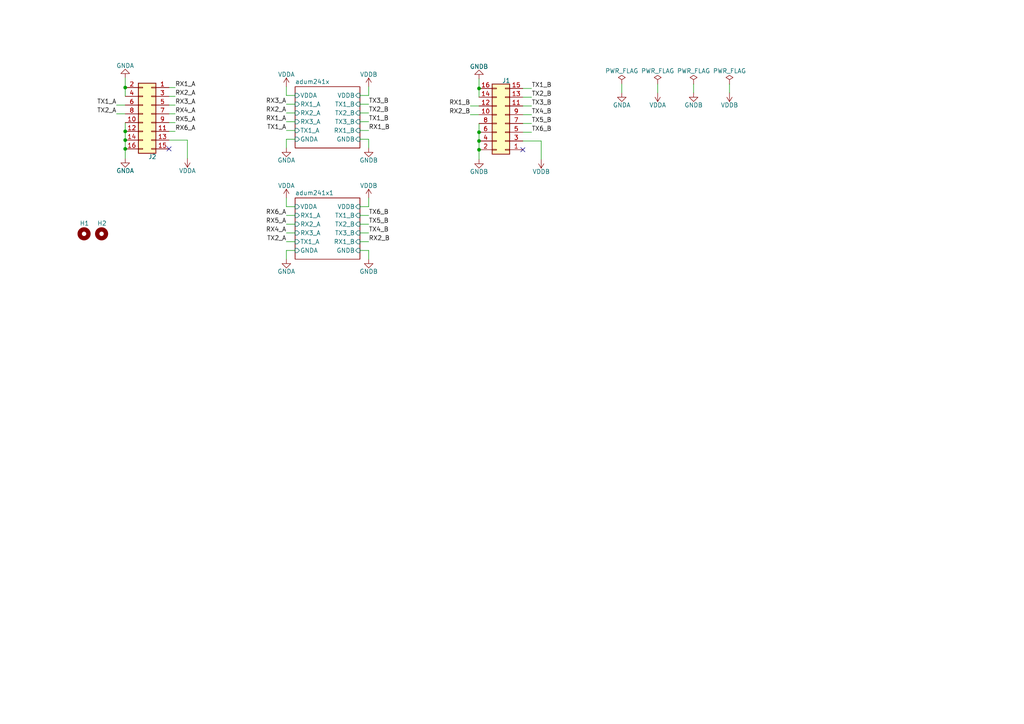
<source format=kicad_sch>
(kicad_sch (version 20211123) (generator eeschema)
  (paper "A4")
  (lib_symbols
    (symbol "CL_power:GNDB" (power) (pin_names (offset 0))
      (property "Value" "GNDB" (at 0 -3.81 0))
      (symbol "GNDB_0_1"
        (polyline (pts (xy 0 0) (xy 0 -1.27) (xy 1.27 -1.27) (xy 0 -2.54) (xy -1.27 -1.27) (xy 0 -1.27)))
      )
      (symbol "GNDB_1_1"
        (pin power_in line (at 0 0 270) (length 0) hide (name "GNDB") (number "1"))
      )
    )
    (symbol "CL_power:VDDB" (power) (pin_names (offset 0))
      (property "Value" "VDDB" (at 0 3.556 0))
      (symbol "VDDB_0_1"
        (polyline (pts (xy -0.762 1.27) (xy 0 2.54)))
        (polyline (pts (xy 0 0) (xy 0 2.54)))
        (polyline (pts (xy 0 2.54) (xy 0.762 1.27)))
      )
      (symbol "VDDB_1_1"
        (pin power_in line (at 0 0 90) (length 0) hide (name "VDDB") (number "1"))
      )
    )
    (symbol "Connector_Generic:Conn_02x08_Odd_Even" (pin_names (offset 1.016) hide)
      (property "Reference" "J" (at 1.27 10.16 0))
      (property "Value" "Conn_02x08_Odd_Even" (at 1.27 -12.7 0))
      (symbol "Conn_02x08_Odd_Even_1_1"
        (rectangle (start -1.27 -10.033) (end 0 -10.287) (stroke (width 0.1524)))
        (rectangle (start -1.27 -7.493) (end 0 -7.747) (stroke (width 0.1524)))
        (rectangle (start -1.27 -4.953) (end 0 -5.207) (stroke (width 0.1524)))
        (rectangle (start -1.27 -2.413) (end 0 -2.667) (stroke (width 0.1524)))
        (rectangle (start -1.27 0.127) (end 0 -0.127) (stroke (width 0.1524)))
        (rectangle (start -1.27 2.667) (end 0 2.413) (stroke (width 0.1524)))
        (rectangle (start -1.27 5.207) (end 0 4.953) (stroke (width 0.1524)))
        (rectangle (start -1.27 7.747) (end 0 7.493) (stroke (width 0.1524)))
        (rectangle (start -1.27 8.89) (end 3.81 -11.43) (stroke (width 0.254)) (fill (type background)))
        (rectangle (start 3.81 -10.033) (end 2.54 -10.287) (stroke (width 0.1524)))
        (rectangle (start 3.81 -7.493) (end 2.54 -7.747) (stroke (width 0.1524)))
        (rectangle (start 3.81 -4.953) (end 2.54 -5.207) (stroke (width 0.1524)))
        (rectangle (start 3.81 -2.413) (end 2.54 -2.667) (stroke (width 0.1524)))
        (rectangle (start 3.81 0.127) (end 2.54 -0.127) (stroke (width 0.1524)))
        (rectangle (start 3.81 2.667) (end 2.54 2.413) (stroke (width 0.1524)))
        (rectangle (start 3.81 5.207) (end 2.54 4.953) (stroke (width 0.1524)))
        (rectangle (start 3.81 7.747) (end 2.54 7.493) (stroke (width 0.1524)))
        (pin passive line (at -5.08 7.62 0) (length 3.81) (name "Pin_1") (number "1"))
        (pin passive line (at 7.62 -2.54 180) (length 3.81) (name "Pin_10") (number "10"))
        (pin passive line (at -5.08 -5.08 0) (length 3.81) (name "Pin_11") (number "11"))
        (pin passive line (at 7.62 -5.08 180) (length 3.81) (name "Pin_12") (number "12"))
        (pin passive line (at -5.08 -7.62 0) (length 3.81) (name "Pin_13") (number "13"))
        (pin passive line (at 7.62 -7.62 180) (length 3.81) (name "Pin_14") (number "14"))
        (pin passive line (at -5.08 -10.16 0) (length 3.81) (name "Pin_15") (number "15"))
        (pin passive line (at 7.62 -10.16 180) (length 3.81) (name "Pin_16") (number "16"))
        (pin passive line (at 7.62 7.62 180) (length 3.81) (name "Pin_2") (number "2"))
        (pin passive line (at -5.08 5.08 0) (length 3.81) (name "Pin_3") (number "3"))
        (pin passive line (at 7.62 5.08 180) (length 3.81) (name "Pin_4") (number "4"))
        (pin passive line (at -5.08 2.54 0) (length 3.81) (name "Pin_5") (number "5"))
        (pin passive line (at 7.62 2.54 180) (length 3.81) (name "Pin_6") (number "6"))
        (pin passive line (at -5.08 0 0) (length 3.81) (name "Pin_7") (number "7"))
        (pin passive line (at 7.62 0 180) (length 3.81) (name "Pin_8") (number "8"))
        (pin passive line (at -5.08 -2.54 0) (length 3.81) (name "Pin_9") (number "9"))
      )
    )
    (symbol "Mechanical:MountingHole" (pin_names (offset 1.016))
      (property "Reference" "H" (at 0 5.08 0))
      (property "Value" "MountingHole" (at 0 3.175 0))
      (symbol "MountingHole_0_1"
        (circle (center 0 0) (radius 1.27) (stroke (width 1.27)))
      )
    )
    (symbol "power:GNDA" (power) (pin_names (offset 0))
      (property "Value" "GNDA" (at 0 -3.81 0))
      (symbol "GNDA_0_1"
        (polyline (pts (xy 0 0) (xy 0 -1.27) (xy 1.27 -1.27) (xy 0 -2.54) (xy -1.27 -1.27) (xy 0 -1.27)))
      )
      (symbol "GNDA_1_1"
        (pin power_in line (at 0 0 270) (length 0) hide (name "GNDA") (number "1"))
      )
    )
    (symbol "power:PWR_FLAG" (power) (pin_numbers hide) (pin_names (offset 0) hide)
      (property "Value" "PWR_FLAG" (at 0 3.81 0))
      (symbol "PWR_FLAG_0_0"
        (pin power_out line (at 0 0 90) (length 0) (name "pwr") (number "1"))
      )
      (symbol "PWR_FLAG_0_1"
        (polyline (pts (xy 0 0) (xy 0 1.27) (xy -1.016 1.905) (xy 0 2.54) (xy 1.016 1.905) (xy 0 1.27)))
      )
    )
    (symbol "power:VDDA" (power) (pin_names (offset 0))
      (property "Value" "VDDA" (at 0 3.81 0))
      (symbol "VDDA_0_1"
        (polyline (pts (xy -0.762 1.27) (xy 0 2.54)))
        (polyline (pts (xy 0 0) (xy 0 2.54)))
        (polyline (pts (xy 0 2.54) (xy 0.762 1.27)))
      )
      (symbol "VDDA_1_1"
        (pin power_in line (at 0 0 90) (length 0) hide (name "VDDA") (number "1"))
      )
    )
  )
  (junction (at 138.938 38.354))
  (junction (at 36.322 38.1))
  (junction (at 36.322 25.4))
  (junction (at 36.322 43.18))
  (junction (at 36.322 40.64))
  (junction (at 138.938 25.654))
  (junction (at 138.938 40.894))
  (junction (at 138.938 43.434))
  (no_connect (at 49.022 43.18))
  (no_connect (at 151.638 43.434))
  (wire (pts (xy 106.934 27.686) (xy 104.394 27.686)))
  (wire (pts (xy 106.934 57.404) (xy 106.934 59.944)))
  (wire (pts (xy 104.394 62.484) (xy 106.934 62.484)))
  (wire (pts (xy 33.782 30.48) (xy 36.322 30.48)))
  (wire (pts (xy 83.058 70.104) (xy 85.598 70.104)))
  (wire (pts (xy 49.022 38.1) (xy 50.8 38.1)))
  (wire (pts (xy 106.934 75.184) (xy 106.934 72.644)))
  (wire (pts (xy 36.322 35.56) (xy 36.322 38.1)))
  (wire (pts (xy 104.394 37.846) (xy 106.934 37.846)))
  (wire (pts (xy 83.058 40.386) (xy 85.598 40.386)))
  (wire (pts (xy 201.168 24.384) (xy 201.168 26.924)))
  (wire (pts (xy 83.058 32.766) (xy 85.598 32.766)))
  (wire (pts (xy 33.782 33.02) (xy 36.322 33.02)))
  (wire (pts (xy 136.398 30.734) (xy 138.938 30.734)))
  (wire (pts (xy 138.938 40.894) (xy 138.938 43.434)))
  (wire (pts (xy 36.322 25.4) (xy 36.322 27.94)))
  (wire (pts (xy 36.322 38.1) (xy 36.322 40.64)))
  (wire (pts (xy 49.022 33.02) (xy 50.8 33.02)))
  (wire (pts (xy 106.934 42.926) (xy 106.934 40.386)))
  (wire (pts (xy 154.178 38.354) (xy 151.638 38.354)))
  (wire (pts (xy 154.178 28.194) (xy 151.638 28.194)))
  (wire (pts (xy 83.058 72.644) (xy 85.598 72.644)))
  (wire (pts (xy 138.938 38.354) (xy 138.938 40.894)))
  (wire (pts (xy 138.938 35.814) (xy 138.938 38.354)))
  (wire (pts (xy 83.058 57.404) (xy 83.058 59.944)))
  (wire (pts (xy 106.934 40.386) (xy 104.394 40.386)))
  (wire (pts (xy 36.322 43.18) (xy 36.322 45.974)))
  (wire (pts (xy 83.058 27.686) (xy 85.598 27.686)))
  (wire (pts (xy 154.178 35.814) (xy 151.638 35.814)))
  (wire (pts (xy 106.934 72.644) (xy 104.394 72.644)))
  (wire (pts (xy 83.058 35.306) (xy 85.598 35.306)))
  (wire (pts (xy 104.394 67.564) (xy 106.934 67.564)))
  (wire (pts (xy 104.394 70.104) (xy 106.934 70.104)))
  (wire (pts (xy 83.058 25.146) (xy 83.058 27.686)))
  (wire (pts (xy 83.058 37.846) (xy 85.598 37.846)))
  (wire (pts (xy 138.938 25.654) (xy 138.938 28.194)))
  (wire (pts (xy 49.022 25.4) (xy 50.8 25.4)))
  (wire (pts (xy 83.058 30.226) (xy 85.598 30.226)))
  (wire (pts (xy 180.34 24.384) (xy 180.34 26.924)))
  (wire (pts (xy 49.022 27.94) (xy 50.8 27.94)))
  (wire (pts (xy 154.178 33.274) (xy 151.638 33.274)))
  (wire (pts (xy 83.058 65.024) (xy 85.598 65.024)))
  (wire (pts (xy 83.058 59.944) (xy 85.598 59.944)))
  (wire (pts (xy 190.754 24.384) (xy 190.754 26.924)))
  (wire (pts (xy 83.058 67.564) (xy 85.598 67.564)))
  (wire (pts (xy 136.398 33.274) (xy 138.938 33.274)))
  (wire (pts (xy 49.022 35.56) (xy 50.8 35.56)))
  (wire (pts (xy 138.938 22.86) (xy 138.938 25.654)))
  (wire (pts (xy 104.394 35.306) (xy 106.934 35.306)))
  (wire (pts (xy 104.394 30.226) (xy 106.934 30.226)))
  (wire (pts (xy 49.022 40.64) (xy 54.356 40.64)))
  (wire (pts (xy 156.972 40.894) (xy 156.972 46.228)))
  (wire (pts (xy 211.582 24.384) (xy 211.582 26.924)))
  (wire (pts (xy 36.322 40.64) (xy 36.322 43.18)))
  (wire (pts (xy 83.058 62.484) (xy 85.598 62.484)))
  (wire (pts (xy 104.394 65.024) (xy 106.934 65.024)))
  (wire (pts (xy 104.394 32.766) (xy 106.934 32.766)))
  (wire (pts (xy 154.178 25.654) (xy 151.638 25.654)))
  (wire (pts (xy 154.178 30.734) (xy 151.638 30.734)))
  (wire (pts (xy 138.938 43.434) (xy 138.938 46.228)))
  (wire (pts (xy 83.058 42.926) (xy 83.058 40.386)))
  (wire (pts (xy 106.934 25.146) (xy 106.934 27.686)))
  (wire (pts (xy 54.356 40.64) (xy 54.356 45.974)))
  (wire (pts (xy 49.022 30.48) (xy 50.8 30.48)))
  (wire (pts (xy 106.934 59.944) (xy 104.394 59.944)))
  (wire (pts (xy 151.638 40.894) (xy 156.972 40.894)))
  (wire (pts (xy 36.322 22.606) (xy 36.322 25.4)))
  (wire (pts (xy 83.058 75.184) (xy 83.058 72.644)))
  (label "TX3_B" (at 154.178 30.734 0))
  (label "RX3_A" (at 50.8 30.48 0))
  (label "RX4_A" (at 50.8 33.02 0))
  (label "RX3_A" (at 83.058 30.226 180))
  (label "RX2_A" (at 50.8 27.94 0))
  (label "RX2_B" (at 136.398 33.274 180))
  (label "TX5_B" (at 106.934 65.024 0))
  (label "RX4_A" (at 83.058 67.564 180))
  (label "RX1_A" (at 50.8 25.4 0))
  (label "TX2_A" (at 33.782 33.02 180))
  (label "RX6_A" (at 83.058 62.484 180))
  (label "RX5_A" (at 50.8 35.56 0))
  (label "TX6_B" (at 154.178 38.354 0))
  (label "TX1_A" (at 83.058 37.846 180))
  (label "TX4_B" (at 106.934 67.564 0))
  (label "TX2_B" (at 106.934 32.766 0))
  (label "RX1_B" (at 106.934 37.846 0))
  (label "RX5_A" (at 83.058 65.024 180))
  (label "TX6_B" (at 106.934 62.484 0))
  (label "TX2_A" (at 83.058 70.104 180))
  (label "TX1_A" (at 33.782 30.48 180))
  (label "TX5_B" (at 154.178 35.814 0))
  (label "RX1_B" (at 136.398 30.734 180))
  (label "TX1_B" (at 106.934 35.306 0))
  (label "RX1_A" (at 83.058 35.306 180))
  (label "TX3_B" (at 106.934 30.226 0))
  (label "TX1_B" (at 154.178 25.654 0))
  (label "RX2_B" (at 106.934 70.104 0))
  (label "RX6_A" (at 50.8 38.1 0))
  (label "TX2_B" (at 154.178 28.194 0))
  (label "TX4_B" (at 154.178 33.274 0))
  (label "RX2_A" (at 83.058 32.766 180))
  (symbol (lib_id "CL_power:VDDB") (at 156.972 46.228 180) (unit 1)
    (property "Reference" "#PWR014" (effects hide))
    (property "Value" "VDDB" (at 156.972 49.784 0))
  )
  (symbol (lib_id "power:VDDA") (at 190.754 26.924 180) (unit 1)
    (property "Reference" "#PWR06" (effects hide))
    (property "Value" "VDDA" (at 190.754 30.48 0))
  )
  (symbol (lib_id "CL_power:VDDB") (at 106.934 25.146 0) (unit 1)
    (property "Reference" "#PWR04" (effects hide))
    (property "Value" "VDDB" (at 106.934 21.59 0))
  )
  (symbol (lib_id "power:PWR_FLAG") (at 180.34 24.384 0) (unit 1)
    (property "Reference" "#FLG01" (effects hide))
    (property "Value" "PWR_FLAG" (at 180.34 20.574 0))
  )
  (symbol (lib_id "power:VDDA") (at 54.356 45.974 180) (unit 1)
    (property "Reference" "#PWR012" (effects hide))
    (property "Value" "VDDA" (at 54.356 49.53 0))
  )
  (symbol (lib_id "CL_power:VDDB") (at 106.934 57.404 0) (unit 1)
    (property "Reference" "#PWR016" (effects hide))
    (property "Value" "VDDB" (at 106.934 53.848 0))
  )
  (symbol (lib_id "power:GNDA") (at 36.322 22.606 180) (unit 1)
    (property "Reference" "#PWR01" (effects hide))
    (property "Value" "GNDA" (at 36.322 19.05 0))
  )
  (symbol (lib_id "power:PWR_FLAG") (at 211.582 24.384 0) (unit 1)
    (property "Reference" "#FLG04" (effects hide))
    (property "Value" "PWR_FLAG" (at 211.582 20.574 0))
  )
  (symbol (lib_id "power:PWR_FLAG") (at 201.168 24.384 0) (unit 1)
    (property "Reference" "#FLG03" (effects hide))
    (property "Value" "PWR_FLAG" (at 201.168 20.574 0))
  )
  (symbol (lib_id "Connector_Generic:Conn_02x08_Odd_Even") (at 43.942 33.02 0) (mirror y) (unit 1)
    (property "Reference" "J2" (at 44.196 45.466 0))
    (property "Value" "Conn_02x08_Odd_Even" (effects hide))
    (property "Footprint" "Connector_PinHeader_2.54mm:PinHeader_2x08_P2.54mm_Horizontal" (effects hide))
  )
  (symbol (lib_id "power:GNDA") (at 180.34 26.924 0) (unit 1)
    (property "Reference" "#PWR05" (effects hide))
    (property "Value" "GNDA" (at 180.34 30.48 0))
  )
  (symbol (lib_id "CL_power:GNDB") (at 106.934 75.184 0) (unit 1)
    (property "Reference" "#PWR018" (effects hide))
    (property "Value" "GNDB" (at 106.934 78.74 0))
  )
  (symbol (lib_id "Mechanical:MountingHole") (at 29.464 67.818 0) (unit 1)
    (property "Reference" "H2" (at 28.194 64.77 0) (effects (justify left)))
    (property "Value" "MountingHole" (effects hide))
    (property "Footprint" "MountingHole:MountingHole_3.2mm_M3" (effects hide))
  )
  (symbol (lib_id "CL_power:VDDB") (at 211.582 26.924 180) (unit 1)
    (property "Reference" "#PWR08" (effects hide))
    (property "Value" "VDDB" (at 211.582 30.48 0))
  )
  (symbol (lib_id "CL_power:GNDB") (at 138.938 46.228 0) (unit 1)
    (property "Reference" "#PWR013" (effects hide))
    (property "Value" "GNDB" (at 138.938 49.784 0))
  )
  (symbol (lib_id "power:VDDA") (at 83.058 25.146 0) (unit 1)
    (property "Reference" "#PWR03" (effects hide))
    (property "Value" "VDDA" (at 83.058 21.59 0))
  )
  (symbol (lib_id "power:GNDA") (at 83.058 42.926 0) (unit 1)
    (property "Reference" "#PWR09" (effects hide))
    (property "Value" "GNDA" (at 83.058 46.482 0))
  )
  (symbol (lib_id "Connector_Generic:Conn_02x08_Odd_Even") (at 146.558 35.814 180) (unit 1)
    (property "Reference" "J1" (at 146.812 23.368 0))
    (property "Value" "Conn_02x08_Odd_Even" (effects hide))
    (property "Footprint" "Connector_PinHeader_2.54mm:PinHeader_2x08_P2.54mm_Horizontal" (effects hide))
  )
  (symbol (lib_id "power:VDDA") (at 83.058 57.404 0) (unit 1)
    (property "Reference" "#PWR015" (effects hide))
    (property "Value" "VDDA" (at 83.058 53.848 0))
  )
  (symbol (lib_id "power:GNDA") (at 83.058 75.184 0) (unit 1)
    (property "Reference" "#PWR017" (effects hide))
    (property "Value" "GNDA" (at 83.058 78.74 0))
  )
  (symbol (lib_id "Mechanical:MountingHole") (at 24.384 67.818 0) (unit 1)
    (property "Reference" "H1" (at 23.114 64.77 0) (effects (justify left)))
    (property "Value" "MountingHole" (effects hide))
    (property "Footprint" "MountingHole:MountingHole_3.2mm_M3" (effects hide))
  )
  (symbol (lib_id "CL_power:GNDB") (at 201.168 26.924 0) (unit 1)
    (property "Reference" "#PWR07" (effects hide))
    (property "Value" "GNDB" (at 201.168 30.48 0))
  )
  (symbol (lib_id "CL_power:GNDB") (at 138.938 22.86 180) (unit 1)
    (property "Reference" "#PWR02" (effects hide))
    (property "Value" "GNDB" (at 138.938 19.304 0))
  )
  (symbol (lib_id "CL_power:GNDB") (at 106.934 42.926 0) (unit 1)
    (property "Reference" "#PWR010" (effects hide))
    (property "Value" "GNDB" (at 106.934 46.482 0))
  )
  (symbol (lib_id "power:PWR_FLAG") (at 190.754 24.384 0) (unit 1)
    (property "Reference" "#FLG02" (effects hide))
    (property "Value" "PWR_FLAG" (at 190.754 20.574 0))
  )
  (symbol (lib_id "power:GNDA") (at 36.322 45.974 0) (unit 1)
    (property "Reference" "#PWR011" (effects hide))
    (property "Value" "GNDA" (at 36.322 49.53 0))
  )
  (sheet (at 85.598 25.146) (size 18.796 17.78) (stroke (width 0.1524))
    (property "Sheet name" "adum241x" (at 85.598 24.4344 0) (effects (justify left bottom)))
    (property "Sheet file" "adum241x.kicad_sch" (effects hide))
    (pin "TX2_B" input (at 104.394 32.766 0))
    (pin "RX1_B" input (at 104.394 37.846 0))
    (pin "TX3_B" input (at 104.394 35.306 0))
    (pin "TX1_B" input (at 104.394 30.226 0))
    (pin "RX3_A" input (at 85.598 35.306 180))
    (pin "TX1_A" input (at 85.598 37.846 180))
    (pin "RX2_A" input (at 85.598 32.766 180))
    (pin "RX1_A" input (at 85.598 30.226 180))
    (pin "GNDA" input (at 85.598 40.386 180))
    (pin "VDDB" input (at 104.394 27.686 0))
    (pin "VDDA" input (at 85.598 27.686 180))
    (pin "GNDB" input (at 104.394 40.386 0))
  )
  (sheet (at 85.598 57.404) (size 18.796 17.78) (stroke (width 0.1524))
    (property "Sheet name" "adum241x1" (at 85.598 56.6924 0) (effects (justify left bottom)))
    (property "Sheet file" "adum241x.kicad_sch" (effects hide))
    (pin "TX2_B" input (at 104.394 65.024 0))
    (pin "RX1_B" input (at 104.394 70.104 0))
    (pin "TX3_B" input (at 104.394 67.564 0))
    (pin "TX1_B" input (at 104.394 62.484 0))
    (pin "RX3_A" input (at 85.598 67.564 180))
    (pin "TX1_A" input (at 85.598 70.104 180))
    (pin "RX2_A" input (at 85.598 65.024 180))
    (pin "RX1_A" input (at 85.598 62.484 180))
    (pin "GNDA" input (at 85.598 72.644 180))
    (pin "VDDB" input (at 104.394 59.944 0))
    (pin "VDDA" input (at 85.598 59.944 180))
    (pin "GNDB" input (at 104.394 72.644 0))
  )
)
</source>
